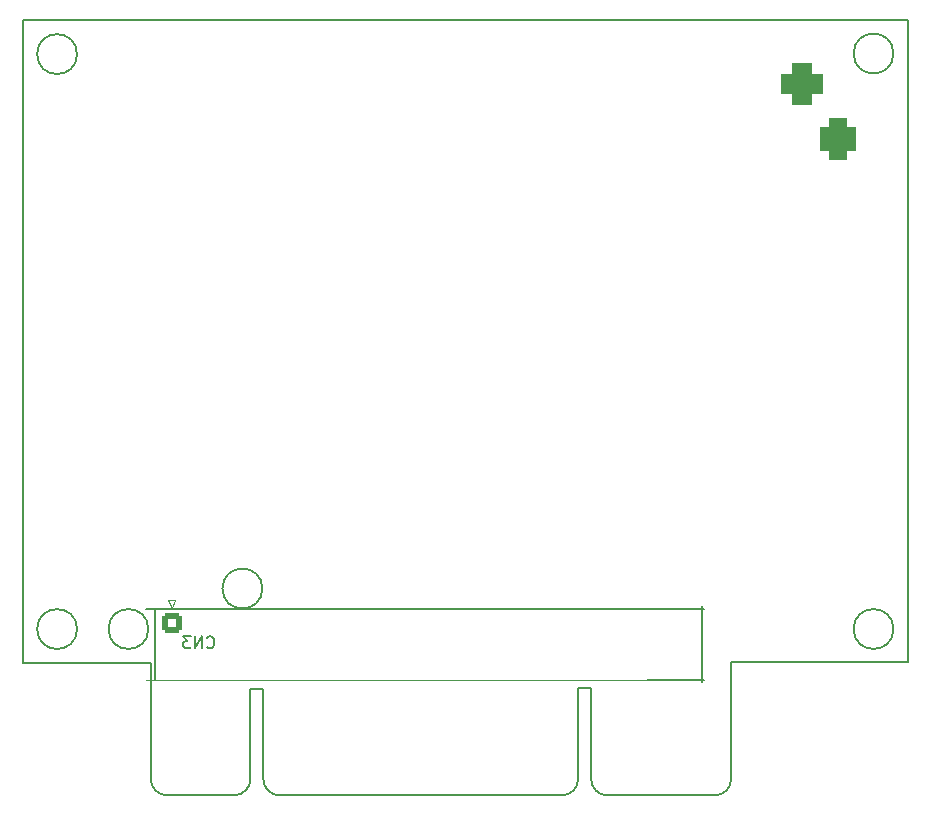
<source format=gbr>
G04 #@! TF.GenerationSoftware,KiCad,Pcbnew,8.0.4*
G04 #@! TF.CreationDate,2024-07-27T17:05:36-04:00*
G04 #@! TF.ProjectId,CBM-SD,43424d2d-5344-42e6-9b69-6361645f7063,rev?*
G04 #@! TF.SameCoordinates,Original*
G04 #@! TF.FileFunction,Legend,Bot*
G04 #@! TF.FilePolarity,Positive*
%FSLAX46Y46*%
G04 Gerber Fmt 4.6, Leading zero omitted, Abs format (unit mm)*
G04 Created by KiCad (PCBNEW 8.0.4) date 2024-07-27 17:05:36*
%MOMM*%
%LPD*%
G01*
G04 APERTURE LIST*
G04 Aperture macros list*
%AMRoundRect*
0 Rectangle with rounded corners*
0 $1 Rounding radius*
0 $2 $3 $4 $5 $6 $7 $8 $9 X,Y pos of 4 corners*
0 Add a 4 corners polygon primitive as box body*
4,1,4,$2,$3,$4,$5,$6,$7,$8,$9,$2,$3,0*
0 Add four circle primitives for the rounded corners*
1,1,$1+$1,$2,$3*
1,1,$1+$1,$4,$5*
1,1,$1+$1,$6,$7*
1,1,$1+$1,$8,$9*
0 Add four rect primitives between the rounded corners*
20,1,$1+$1,$2,$3,$4,$5,0*
20,1,$1+$1,$4,$5,$6,$7,0*
20,1,$1+$1,$6,$7,$8,$9,0*
20,1,$1+$1,$8,$9,$2,$3,0*%
G04 Aperture macros list end*
%ADD10C,0.150000*%
%ADD11C,0.120000*%
%ADD12C,0.100000*%
%ADD13C,1.600000*%
%ADD14O,1.600000X1.600000*%
%ADD15R,1.600000X1.600000*%
%ADD16C,1.500000*%
%ADD17R,1.800000X1.800000*%
%ADD18C,1.800000*%
%ADD19R,3.500000X3.500000*%
%ADD20RoundRect,0.750000X0.750000X1.000000X-0.750000X1.000000X-0.750000X-1.000000X0.750000X-1.000000X0*%
%ADD21RoundRect,0.875000X0.875000X0.875000X-0.875000X0.875000X-0.875000X-0.875000X0.875000X-0.875000X0*%
%ADD22R,1.700000X1.700000*%
%ADD23O,1.700000X1.700000*%
%ADD24O,2.410000X8.760000*%
%ADD25C,2.200000*%
%ADD26C,1.700000*%
%ADD27RoundRect,0.273700X-0.576300X0.576300X-0.576300X-0.576300X0.576300X-0.576300X0.576300X0.576300X0*%
%ADD28C,1.550000*%
G04 #@! TA.AperFunction,Profile*
%ADD29C,0.200660*%
G04 #@! TD*
G04 APERTURE END LIST*
D10*
X132770476Y-118879580D02*
X132818095Y-118927200D01*
X132818095Y-118927200D02*
X132960952Y-118974819D01*
X132960952Y-118974819D02*
X133056190Y-118974819D01*
X133056190Y-118974819D02*
X133199047Y-118927200D01*
X133199047Y-118927200D02*
X133294285Y-118831961D01*
X133294285Y-118831961D02*
X133341904Y-118736723D01*
X133341904Y-118736723D02*
X133389523Y-118546247D01*
X133389523Y-118546247D02*
X133389523Y-118403390D01*
X133389523Y-118403390D02*
X133341904Y-118212914D01*
X133341904Y-118212914D02*
X133294285Y-118117676D01*
X133294285Y-118117676D02*
X133199047Y-118022438D01*
X133199047Y-118022438D02*
X133056190Y-117974819D01*
X133056190Y-117974819D02*
X132960952Y-117974819D01*
X132960952Y-117974819D02*
X132818095Y-118022438D01*
X132818095Y-118022438D02*
X132770476Y-118070057D01*
X132341904Y-118974819D02*
X132341904Y-117974819D01*
X132341904Y-117974819D02*
X131770476Y-118974819D01*
X131770476Y-118974819D02*
X131770476Y-117974819D01*
X131389523Y-117974819D02*
X130770476Y-117974819D01*
X130770476Y-117974819D02*
X131103809Y-118355771D01*
X131103809Y-118355771D02*
X130960952Y-118355771D01*
X130960952Y-118355771D02*
X130865714Y-118403390D01*
X130865714Y-118403390D02*
X130818095Y-118451009D01*
X130818095Y-118451009D02*
X130770476Y-118546247D01*
X130770476Y-118546247D02*
X130770476Y-118784342D01*
X130770476Y-118784342D02*
X130818095Y-118879580D01*
X130818095Y-118879580D02*
X130865714Y-118927200D01*
X130865714Y-118927200D02*
X130960952Y-118974819D01*
X130960952Y-118974819D02*
X131246666Y-118974819D01*
X131246666Y-118974819D02*
X131341904Y-118927200D01*
X131341904Y-118927200D02*
X131389523Y-118879580D01*
D11*
X127644000Y-121639000D02*
X170044000Y-121639000D01*
D10*
X128394000Y-115668999D02*
X128394000Y-121669000D01*
D11*
X129493999Y-114879000D02*
X130094001Y-114879000D01*
X129794000Y-115559000D02*
X129493999Y-114879000D01*
X130094001Y-114879000D02*
X129794000Y-115559000D01*
D10*
X170044000Y-121639000D02*
X174870000Y-121639000D01*
X174694000Y-121868999D02*
X174694000Y-115369000D01*
X174870000Y-115654500D02*
X127635000Y-115654500D01*
X174870000Y-115654500D02*
X174870000Y-115654500D01*
X174870000Y-121639000D02*
X174870000Y-121639000D01*
%LPC*%
D12*
X176072800Y-65849500D02*
X176072800Y-75374500D01*
X128828800Y-75323700D01*
X128828800Y-65798700D01*
X128892300Y-65798700D01*
X176072800Y-65849500D01*
G36*
X176072800Y-65849500D02*
G01*
X176072800Y-75374500D01*
X128828800Y-75323700D01*
X128828800Y-65798700D01*
X128892300Y-65798700D01*
X176072800Y-65849500D01*
G37*
X177114200Y-131432300D02*
X127965200Y-131495800D01*
X127965200Y-121970800D01*
X128028700Y-121970800D01*
X177114200Y-121907300D01*
X177114200Y-131432300D01*
G36*
X177114200Y-131432300D02*
G01*
X127965200Y-131495800D01*
X127965200Y-121970800D01*
X128028700Y-121970800D01*
X177114200Y-121907300D01*
X177114200Y-131432300D01*
G37*
D13*
X125996700Y-104076500D03*
D14*
X125996700Y-114236500D03*
D15*
X183134000Y-82232500D03*
D14*
X180594000Y-82232500D03*
X178054000Y-82232500D03*
X175514000Y-82232500D03*
X172974000Y-82232500D03*
X170434000Y-82232500D03*
X167894000Y-82232500D03*
D15*
X129794000Y-110172500D03*
D14*
X132334000Y-110172500D03*
X134874000Y-110172500D03*
X137414000Y-110172500D03*
X139954000Y-110172500D03*
X142494000Y-110172500D03*
X145034000Y-110172500D03*
X147574000Y-110172500D03*
X150114000Y-110172500D03*
X152654000Y-110172500D03*
X155194000Y-110172500D03*
X157734000Y-110172500D03*
X160274000Y-110172500D03*
X162814000Y-110172500D03*
X165354000Y-110172500D03*
X167894000Y-110172500D03*
X170434000Y-110172500D03*
X172974000Y-110172500D03*
X175514000Y-110172500D03*
X178054000Y-110172500D03*
X178054000Y-94932500D03*
X175514000Y-94932500D03*
X172974000Y-94932500D03*
X170434000Y-94932500D03*
X167894000Y-94932500D03*
X165354000Y-94932500D03*
X162814000Y-94932500D03*
X160274000Y-94932500D03*
X157734000Y-94932500D03*
X155194000Y-94932500D03*
X152654000Y-94932500D03*
X150114000Y-94932500D03*
X147574000Y-94932500D03*
X145034000Y-94932500D03*
X142494000Y-94932500D03*
X139954000Y-94932500D03*
X137414000Y-94932500D03*
X134874000Y-94932500D03*
X132334000Y-94932500D03*
X129794000Y-94932500D03*
D15*
X129794000Y-92392500D03*
D14*
X132334000Y-92392500D03*
X134874000Y-92392500D03*
X137414000Y-92392500D03*
X139954000Y-92392500D03*
X142494000Y-92392500D03*
X145034000Y-92392500D03*
X147574000Y-92392500D03*
X150114000Y-92392500D03*
X152654000Y-92392500D03*
X152654000Y-84772500D03*
X150114000Y-84772500D03*
X147574000Y-84772500D03*
X145034000Y-84772500D03*
X142494000Y-84772500D03*
X139954000Y-84772500D03*
X137414000Y-84772500D03*
X134874000Y-84772500D03*
X132334000Y-84772500D03*
X129794000Y-84772500D03*
D15*
X183134000Y-84772500D03*
D14*
X180594000Y-84772500D03*
X178054000Y-84772500D03*
X175514000Y-84772500D03*
X172974000Y-84772500D03*
X170434000Y-84772500D03*
X167894000Y-84772500D03*
X165354000Y-84772500D03*
X162814000Y-84772500D03*
X160274000Y-84772500D03*
X160274000Y-92392500D03*
X162814000Y-92392500D03*
X165354000Y-92392500D03*
X167894000Y-92392500D03*
X170434000Y-92392500D03*
X172974000Y-92392500D03*
X175514000Y-92392500D03*
X178054000Y-92392500D03*
X180594000Y-92392500D03*
X183134000Y-92392500D03*
D13*
X124694000Y-79248000D03*
X122194000Y-79248000D03*
X155154000Y-112903000D03*
X152654000Y-112903000D03*
X155475000Y-84925000D03*
X155475000Y-82425000D03*
X157300000Y-89550000D03*
X157300000Y-87050000D03*
X122428000Y-91694000D03*
D14*
X122428000Y-81534000D03*
D13*
X189865000Y-113919000D03*
X187365000Y-113919000D03*
D16*
X178762000Y-117475000D03*
X183642000Y-117475000D03*
D13*
X119380000Y-81534000D03*
D14*
X119380000Y-91694000D03*
D17*
X121450100Y-113322100D03*
D18*
X121450100Y-110782100D03*
D17*
X121450100Y-106616500D03*
D18*
X121450100Y-104076500D03*
D19*
X180182000Y-75887500D03*
D20*
X186182000Y-75887500D03*
D21*
X183182000Y-71187500D03*
D17*
X121462800Y-100037900D03*
D18*
X121462800Y-97497900D03*
D22*
X183997600Y-97891600D03*
D23*
X183997600Y-100431600D03*
X183997600Y-102971600D03*
X183997600Y-105511600D03*
X183997600Y-108051600D03*
X183997600Y-110591600D03*
D13*
X187198000Y-100584000D03*
D14*
X187198000Y-90424000D03*
D13*
X190093600Y-90424000D03*
D14*
X190093600Y-100584000D03*
D13*
X176570000Y-113284000D03*
X179070000Y-113284000D03*
X125476000Y-81534000D03*
D14*
X125476000Y-91694000D03*
D22*
X124891800Y-73126600D03*
D23*
X124891800Y-75666600D03*
D13*
X126009400Y-99290500D03*
X126009400Y-101790500D03*
D15*
X187285621Y-85090000D03*
D13*
X189785621Y-85090000D03*
D24*
X131052300Y-126923800D03*
X135012300Y-126923800D03*
X138972300Y-126923800D03*
X142932300Y-126923800D03*
X146892300Y-126923800D03*
X150852300Y-126923800D03*
X154812300Y-126923800D03*
X158772300Y-126923800D03*
X162732300Y-126923800D03*
X166692300Y-126923800D03*
X170652300Y-126923800D03*
X174612300Y-126923800D03*
D25*
X187350400Y-103896400D03*
X187350400Y-110896400D03*
D26*
X189850400Y-105146400D03*
X189850400Y-109646400D03*
D22*
X131064000Y-80010000D03*
D23*
X133604000Y-80010000D03*
X136144000Y-80010000D03*
X138684000Y-80010000D03*
X141224000Y-80010000D03*
X143764000Y-80010000D03*
D24*
X130860799Y-70408800D03*
X134820799Y-70408800D03*
X138780799Y-70408800D03*
X142740799Y-70408800D03*
X146700799Y-70408800D03*
X150660799Y-70408800D03*
X154620799Y-70408800D03*
X158580799Y-70408800D03*
X162540799Y-70408800D03*
X166500799Y-70408800D03*
X170460799Y-70408800D03*
X174420799Y-70408800D03*
D27*
X129794000Y-116869000D03*
D26*
X133754089Y-116869000D03*
X137714180Y-116869000D03*
X141674269Y-116869000D03*
X145634360Y-116869000D03*
X149594449Y-116869000D03*
X153554540Y-116869000D03*
X157514629Y-116869000D03*
X161474720Y-116869000D03*
X165434809Y-116869000D03*
X169394900Y-116869000D03*
X173354999Y-116869000D03*
X129794000Y-120269000D03*
X133754090Y-120269001D03*
X137714180Y-120269000D03*
X141674270Y-120269001D03*
X145634360Y-120269000D03*
X149594450Y-120269001D03*
X153554540Y-120269000D03*
X157514630Y-120269001D03*
X161474720Y-120269000D03*
X165434809Y-120269000D03*
X169394900Y-120269000D03*
D28*
X173355000Y-120269001D03*
%LPD*%
D29*
X192151000Y-65786000D02*
X192151000Y-114109500D01*
X192151000Y-114109500D02*
X192151000Y-120142000D01*
X129400300Y-131432300D02*
X135051800Y-131432300D01*
X177152300Y-130035300D02*
X177152300Y-120192800D01*
X138925300Y-131432300D02*
X162801300Y-131432300D01*
X166674800Y-131432300D02*
X175755300Y-131432300D01*
X165277800Y-130035300D02*
X165277800Y-122351800D01*
X136448800Y-122415300D02*
X136448800Y-130035300D01*
X138925300Y-131432300D02*
G75*
G02*
X137528300Y-130035300I0J1397000D01*
G01*
X165277800Y-122351800D02*
X164198300Y-122351800D01*
X136448800Y-130035300D02*
G75*
G02*
X135051800Y-131432300I-1397000J0D01*
G01*
X136448800Y-122415300D02*
X137528300Y-122415300D01*
X164198300Y-122351800D02*
X164198300Y-130035300D01*
X177152300Y-130035300D02*
G75*
G02*
X175755300Y-131432300I-1397000J0D01*
G01*
X164198300Y-130035300D02*
G75*
G02*
X162801300Y-131432300I-1397000J0D01*
G01*
X137528300Y-130035300D02*
X137528300Y-122415300D01*
X166674800Y-131432300D02*
G75*
G02*
X165277800Y-130035300I0J1397000D01*
G01*
X129400300Y-131432300D02*
G75*
G02*
X128003300Y-130035300I0J1397000D01*
G01*
X177152300Y-120142000D02*
X177152300Y-120192800D01*
X117221000Y-120230900D02*
X117221000Y-65786000D01*
X192151000Y-65786000D02*
X117221000Y-65786000D01*
X192151000Y-120142000D02*
X181165500Y-120142000D01*
X121762228Y-68675000D02*
G75*
G02*
X118387772Y-68675000I-1687228J0D01*
G01*
X118387772Y-68675000D02*
G75*
G02*
X121762228Y-68675000I1687228J0D01*
G01*
X121762228Y-117348000D02*
G75*
G02*
X118387772Y-117348000I-1687228J0D01*
G01*
X118387772Y-117348000D02*
G75*
G02*
X121762228Y-117348000I1687228J0D01*
G01*
X128003300Y-120230900D02*
X117221000Y-120230900D01*
X127798228Y-117348000D02*
G75*
G02*
X124423772Y-117348000I-1687228J0D01*
G01*
X124423772Y-117348000D02*
G75*
G02*
X127798228Y-117348000I1687228J0D01*
G01*
X137450228Y-113919000D02*
G75*
G02*
X134075772Y-113919000I-1687228J0D01*
G01*
X134075772Y-113919000D02*
G75*
G02*
X137450228Y-113919000I1687228J0D01*
G01*
X181165500Y-120142000D02*
X177152300Y-120142000D01*
X128003300Y-130035300D02*
X128003300Y-120230900D01*
X190887228Y-68625000D02*
G75*
G02*
X187512772Y-68625000I-1687228J0D01*
G01*
X187512772Y-68625000D02*
G75*
G02*
X190887228Y-68625000I1687228J0D01*
G01*
X190887228Y-117348000D02*
G75*
G02*
X187512772Y-117348000I-1687228J0D01*
G01*
X187512772Y-117348000D02*
G75*
G02*
X190887228Y-117348000I1687228J0D01*
G01*
M02*

</source>
